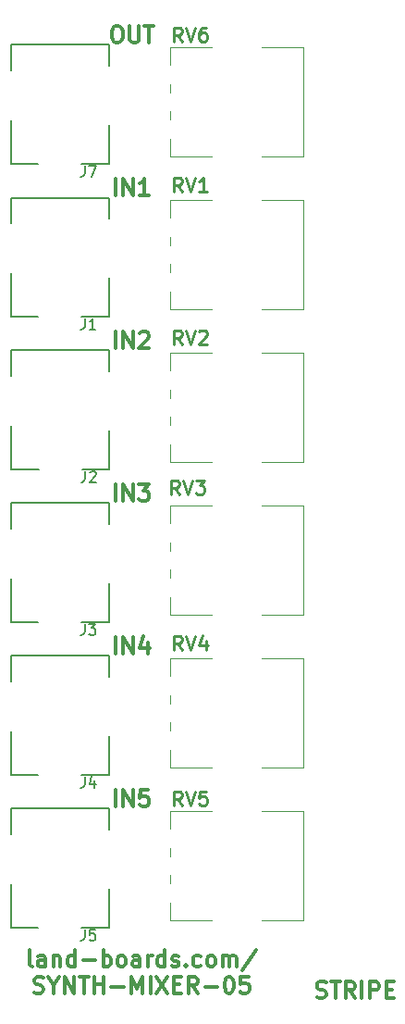
<source format=gto>
%TF.GenerationSoftware,KiCad,Pcbnew,(6.0.1)*%
%TF.CreationDate,2022-09-27T15:47:43-04:00*%
%TF.ProjectId,SYNTH-MIXER-05,53594e54-482d-44d4-9958-45522d30352e,1*%
%TF.SameCoordinates,Original*%
%TF.FileFunction,Legend,Top*%
%TF.FilePolarity,Positive*%
%FSLAX46Y46*%
G04 Gerber Fmt 4.6, Leading zero omitted, Abs format (unit mm)*
G04 Created by KiCad (PCBNEW (6.0.1)) date 2022-09-27 15:47:43*
%MOMM*%
%LPD*%
G01*
G04 APERTURE LIST*
%ADD10C,0.300000*%
%ADD11C,0.150000*%
%ADD12C,0.279400*%
%ADD13C,0.200000*%
%ADD14C,0.120000*%
G04 APERTURE END LIST*
D10*
X78764000Y-54272571D02*
X78764000Y-52772571D01*
X79478285Y-54272571D02*
X79478285Y-52772571D01*
X80335428Y-54272571D01*
X80335428Y-52772571D01*
X81835428Y-54272571D02*
X80978285Y-54272571D01*
X81406857Y-54272571D02*
X81406857Y-52772571D01*
X81264000Y-52986857D01*
X81121142Y-53129714D01*
X80978285Y-53201142D01*
X78764000Y-82212571D02*
X78764000Y-80712571D01*
X79478285Y-82212571D02*
X79478285Y-80712571D01*
X80335428Y-82212571D01*
X80335428Y-80712571D01*
X80906857Y-80712571D02*
X81835428Y-80712571D01*
X81335428Y-81284000D01*
X81549714Y-81284000D01*
X81692571Y-81355428D01*
X81764000Y-81426857D01*
X81835428Y-81569714D01*
X81835428Y-81926857D01*
X81764000Y-82069714D01*
X81692571Y-82141142D01*
X81549714Y-82212571D01*
X81121142Y-82212571D01*
X80978285Y-82141142D01*
X80906857Y-82069714D01*
X78764000Y-96182571D02*
X78764000Y-94682571D01*
X79478285Y-96182571D02*
X79478285Y-94682571D01*
X80335428Y-96182571D01*
X80335428Y-94682571D01*
X81692571Y-95182571D02*
X81692571Y-96182571D01*
X81335428Y-94611142D02*
X80978285Y-95682571D01*
X81906857Y-95682571D01*
X71117285Y-124820071D02*
X70974428Y-124748642D01*
X70902999Y-124605785D01*
X70902999Y-123320071D01*
X72331571Y-124820071D02*
X72331571Y-124034357D01*
X72260142Y-123891500D01*
X72117285Y-123820071D01*
X71831571Y-123820071D01*
X71688714Y-123891500D01*
X72331571Y-124748642D02*
X72188714Y-124820071D01*
X71831571Y-124820071D01*
X71688714Y-124748642D01*
X71617285Y-124605785D01*
X71617285Y-124462928D01*
X71688714Y-124320071D01*
X71831571Y-124248642D01*
X72188714Y-124248642D01*
X72331571Y-124177214D01*
X73045857Y-123820071D02*
X73045857Y-124820071D01*
X73045857Y-123962928D02*
X73117285Y-123891500D01*
X73260142Y-123820071D01*
X73474428Y-123820071D01*
X73617285Y-123891500D01*
X73688714Y-124034357D01*
X73688714Y-124820071D01*
X75045857Y-124820071D02*
X75045857Y-123320071D01*
X75045857Y-124748642D02*
X74902999Y-124820071D01*
X74617285Y-124820071D01*
X74474428Y-124748642D01*
X74402999Y-124677214D01*
X74331571Y-124534357D01*
X74331571Y-124105785D01*
X74402999Y-123962928D01*
X74474428Y-123891500D01*
X74617285Y-123820071D01*
X74902999Y-123820071D01*
X75045857Y-123891500D01*
X75760142Y-124248642D02*
X76902999Y-124248642D01*
X77617285Y-124820071D02*
X77617285Y-123320071D01*
X77617285Y-123891500D02*
X77760142Y-123820071D01*
X78045857Y-123820071D01*
X78188714Y-123891500D01*
X78260142Y-123962928D01*
X78331571Y-124105785D01*
X78331571Y-124534357D01*
X78260142Y-124677214D01*
X78188714Y-124748642D01*
X78045857Y-124820071D01*
X77760142Y-124820071D01*
X77617285Y-124748642D01*
X79188714Y-124820071D02*
X79045857Y-124748642D01*
X78974428Y-124677214D01*
X78902999Y-124534357D01*
X78902999Y-124105785D01*
X78974428Y-123962928D01*
X79045857Y-123891500D01*
X79188714Y-123820071D01*
X79403000Y-123820071D01*
X79545857Y-123891500D01*
X79617285Y-123962928D01*
X79688714Y-124105785D01*
X79688714Y-124534357D01*
X79617285Y-124677214D01*
X79545857Y-124748642D01*
X79403000Y-124820071D01*
X79188714Y-124820071D01*
X80974428Y-124820071D02*
X80974428Y-124034357D01*
X80903000Y-123891500D01*
X80760142Y-123820071D01*
X80474428Y-123820071D01*
X80331571Y-123891500D01*
X80974428Y-124748642D02*
X80831571Y-124820071D01*
X80474428Y-124820071D01*
X80331571Y-124748642D01*
X80260142Y-124605785D01*
X80260142Y-124462928D01*
X80331571Y-124320071D01*
X80474428Y-124248642D01*
X80831571Y-124248642D01*
X80974428Y-124177214D01*
X81688714Y-124820071D02*
X81688714Y-123820071D01*
X81688714Y-124105785D02*
X81760142Y-123962928D01*
X81831571Y-123891500D01*
X81974428Y-123820071D01*
X82117285Y-123820071D01*
X83260142Y-124820071D02*
X83260142Y-123320071D01*
X83260142Y-124748642D02*
X83117285Y-124820071D01*
X82831571Y-124820071D01*
X82688714Y-124748642D01*
X82617285Y-124677214D01*
X82545857Y-124534357D01*
X82545857Y-124105785D01*
X82617285Y-123962928D01*
X82688714Y-123891500D01*
X82831571Y-123820071D01*
X83117285Y-123820071D01*
X83260142Y-123891500D01*
X83902999Y-124748642D02*
X84045857Y-124820071D01*
X84331571Y-124820071D01*
X84474428Y-124748642D01*
X84545857Y-124605785D01*
X84545857Y-124534357D01*
X84474428Y-124391500D01*
X84331571Y-124320071D01*
X84117285Y-124320071D01*
X83974428Y-124248642D01*
X83902999Y-124105785D01*
X83902999Y-124034357D01*
X83974428Y-123891500D01*
X84117285Y-123820071D01*
X84331571Y-123820071D01*
X84474428Y-123891500D01*
X85188714Y-124677214D02*
X85260142Y-124748642D01*
X85188714Y-124820071D01*
X85117285Y-124748642D01*
X85188714Y-124677214D01*
X85188714Y-124820071D01*
X86545857Y-124748642D02*
X86402999Y-124820071D01*
X86117285Y-124820071D01*
X85974428Y-124748642D01*
X85902999Y-124677214D01*
X85831571Y-124534357D01*
X85831571Y-124105785D01*
X85902999Y-123962928D01*
X85974428Y-123891500D01*
X86117285Y-123820071D01*
X86402999Y-123820071D01*
X86545857Y-123891500D01*
X87403000Y-124820071D02*
X87260142Y-124748642D01*
X87188714Y-124677214D01*
X87117285Y-124534357D01*
X87117285Y-124105785D01*
X87188714Y-123962928D01*
X87260142Y-123891500D01*
X87403000Y-123820071D01*
X87617285Y-123820071D01*
X87760142Y-123891500D01*
X87831571Y-123962928D01*
X87903000Y-124105785D01*
X87903000Y-124534357D01*
X87831571Y-124677214D01*
X87760142Y-124748642D01*
X87617285Y-124820071D01*
X87403000Y-124820071D01*
X88545857Y-124820071D02*
X88545857Y-123820071D01*
X88545857Y-123962928D02*
X88617285Y-123891500D01*
X88760142Y-123820071D01*
X88974428Y-123820071D01*
X89117285Y-123891500D01*
X89188714Y-124034357D01*
X89188714Y-124820071D01*
X89188714Y-124034357D02*
X89260142Y-123891500D01*
X89402999Y-123820071D01*
X89617285Y-123820071D01*
X89760142Y-123891500D01*
X89831571Y-124034357D01*
X89831571Y-124820071D01*
X91617285Y-123248642D02*
X90331571Y-125177214D01*
X71295857Y-127163642D02*
X71510142Y-127235071D01*
X71867285Y-127235071D01*
X72010142Y-127163642D01*
X72081571Y-127092214D01*
X72153000Y-126949357D01*
X72153000Y-126806500D01*
X72081571Y-126663642D01*
X72010142Y-126592214D01*
X71867285Y-126520785D01*
X71581571Y-126449357D01*
X71438714Y-126377928D01*
X71367285Y-126306500D01*
X71295857Y-126163642D01*
X71295857Y-126020785D01*
X71367285Y-125877928D01*
X71438714Y-125806500D01*
X71581571Y-125735071D01*
X71938714Y-125735071D01*
X72153000Y-125806500D01*
X73081571Y-126520785D02*
X73081571Y-127235071D01*
X72581571Y-125735071D02*
X73081571Y-126520785D01*
X73581571Y-125735071D01*
X74081571Y-127235071D02*
X74081571Y-125735071D01*
X74938714Y-127235071D01*
X74938714Y-125735071D01*
X75438714Y-125735071D02*
X76295857Y-125735071D01*
X75867285Y-127235071D02*
X75867285Y-125735071D01*
X76795857Y-127235071D02*
X76795857Y-125735071D01*
X76795857Y-126449357D02*
X77653000Y-126449357D01*
X77653000Y-127235071D02*
X77653000Y-125735071D01*
X78367285Y-126663642D02*
X79510142Y-126663642D01*
X80224428Y-127235071D02*
X80224428Y-125735071D01*
X80724428Y-126806500D01*
X81224428Y-125735071D01*
X81224428Y-127235071D01*
X81938714Y-127235071D02*
X81938714Y-125735071D01*
X82510142Y-125735071D02*
X83510142Y-127235071D01*
X83510142Y-125735071D02*
X82510142Y-127235071D01*
X84081571Y-126449357D02*
X84581571Y-126449357D01*
X84795857Y-127235071D02*
X84081571Y-127235071D01*
X84081571Y-125735071D01*
X84795857Y-125735071D01*
X86295857Y-127235071D02*
X85795857Y-126520785D01*
X85438714Y-127235071D02*
X85438714Y-125735071D01*
X86010142Y-125735071D01*
X86153000Y-125806500D01*
X86224428Y-125877928D01*
X86295857Y-126020785D01*
X86295857Y-126235071D01*
X86224428Y-126377928D01*
X86153000Y-126449357D01*
X86010142Y-126520785D01*
X85438714Y-126520785D01*
X86938714Y-126663642D02*
X88081571Y-126663642D01*
X89081571Y-125735071D02*
X89224428Y-125735071D01*
X89367285Y-125806500D01*
X89438714Y-125877928D01*
X89510142Y-126020785D01*
X89581571Y-126306500D01*
X89581571Y-126663642D01*
X89510142Y-126949357D01*
X89438714Y-127092214D01*
X89367285Y-127163642D01*
X89224428Y-127235071D01*
X89081571Y-127235071D01*
X88938714Y-127163642D01*
X88867285Y-127092214D01*
X88795857Y-126949357D01*
X88724428Y-126663642D01*
X88724428Y-126306500D01*
X88795857Y-126020785D01*
X88867285Y-125877928D01*
X88938714Y-125806500D01*
X89081571Y-125735071D01*
X90938714Y-125735071D02*
X90224428Y-125735071D01*
X90153000Y-126449357D01*
X90224428Y-126377928D01*
X90367285Y-126306500D01*
X90724428Y-126306500D01*
X90867285Y-126377928D01*
X90938714Y-126449357D01*
X91010142Y-126592214D01*
X91010142Y-126949357D01*
X90938714Y-127092214D01*
X90867285Y-127163642D01*
X90724428Y-127235071D01*
X90367285Y-127235071D01*
X90224428Y-127163642D01*
X90153000Y-127092214D01*
X78764000Y-110152571D02*
X78764000Y-108652571D01*
X79478285Y-110152571D02*
X79478285Y-108652571D01*
X80335428Y-110152571D01*
X80335428Y-108652571D01*
X81764000Y-108652571D02*
X81049714Y-108652571D01*
X80978285Y-109366857D01*
X81049714Y-109295428D01*
X81192571Y-109224000D01*
X81549714Y-109224000D01*
X81692571Y-109295428D01*
X81764000Y-109366857D01*
X81835428Y-109509714D01*
X81835428Y-109866857D01*
X81764000Y-110009714D01*
X81692571Y-110081142D01*
X81549714Y-110152571D01*
X81192571Y-110152571D01*
X81049714Y-110081142D01*
X80978285Y-110009714D01*
X78764000Y-38802571D02*
X79049714Y-38802571D01*
X79192571Y-38874000D01*
X79335428Y-39016857D01*
X79406857Y-39302571D01*
X79406857Y-39802571D01*
X79335428Y-40088285D01*
X79192571Y-40231142D01*
X79049714Y-40302571D01*
X78764000Y-40302571D01*
X78621142Y-40231142D01*
X78478285Y-40088285D01*
X78406857Y-39802571D01*
X78406857Y-39302571D01*
X78478285Y-39016857D01*
X78621142Y-38874000D01*
X78764000Y-38802571D01*
X80049714Y-38802571D02*
X80049714Y-40016857D01*
X80121142Y-40159714D01*
X80192571Y-40231142D01*
X80335428Y-40302571D01*
X80621142Y-40302571D01*
X80764000Y-40231142D01*
X80835428Y-40159714D01*
X80906857Y-40016857D01*
X80906857Y-38802571D01*
X81406857Y-38802571D02*
X82264000Y-38802571D01*
X81835428Y-40302571D02*
X81835428Y-38802571D01*
X97175285Y-127607142D02*
X97389571Y-127678571D01*
X97746714Y-127678571D01*
X97889571Y-127607142D01*
X97961000Y-127535714D01*
X98032428Y-127392857D01*
X98032428Y-127250000D01*
X97961000Y-127107142D01*
X97889571Y-127035714D01*
X97746714Y-126964285D01*
X97461000Y-126892857D01*
X97318142Y-126821428D01*
X97246714Y-126750000D01*
X97175285Y-126607142D01*
X97175285Y-126464285D01*
X97246714Y-126321428D01*
X97318142Y-126250000D01*
X97461000Y-126178571D01*
X97818142Y-126178571D01*
X98032428Y-126250000D01*
X98461000Y-126178571D02*
X99318142Y-126178571D01*
X98889571Y-127678571D02*
X98889571Y-126178571D01*
X100675285Y-127678571D02*
X100175285Y-126964285D01*
X99818142Y-127678571D02*
X99818142Y-126178571D01*
X100389571Y-126178571D01*
X100532428Y-126250000D01*
X100603857Y-126321428D01*
X100675285Y-126464285D01*
X100675285Y-126678571D01*
X100603857Y-126821428D01*
X100532428Y-126892857D01*
X100389571Y-126964285D01*
X99818142Y-126964285D01*
X101318142Y-127678571D02*
X101318142Y-126178571D01*
X102032428Y-127678571D02*
X102032428Y-126178571D01*
X102603857Y-126178571D01*
X102746714Y-126250000D01*
X102818142Y-126321428D01*
X102889571Y-126464285D01*
X102889571Y-126678571D01*
X102818142Y-126821428D01*
X102746714Y-126892857D01*
X102603857Y-126964285D01*
X102032428Y-126964285D01*
X103532428Y-126892857D02*
X104032428Y-126892857D01*
X104246714Y-127678571D02*
X103532428Y-127678571D01*
X103532428Y-126178571D01*
X104246714Y-126178571D01*
X78764000Y-68242571D02*
X78764000Y-66742571D01*
X79478285Y-68242571D02*
X79478285Y-66742571D01*
X80335428Y-68242571D01*
X80335428Y-66742571D01*
X80978285Y-66885428D02*
X81049714Y-66814000D01*
X81192571Y-66742571D01*
X81549714Y-66742571D01*
X81692571Y-66814000D01*
X81764000Y-66885428D01*
X81835428Y-67028285D01*
X81835428Y-67171142D01*
X81764000Y-67385428D01*
X80906857Y-68242571D01*
X81835428Y-68242571D01*
D11*
%TO.C,J5*%
X75926666Y-121422380D02*
X75926666Y-122136666D01*
X75879047Y-122279523D01*
X75783809Y-122374761D01*
X75640952Y-122422380D01*
X75545714Y-122422380D01*
X76879047Y-121422380D02*
X76402857Y-121422380D01*
X76355238Y-121898571D01*
X76402857Y-121850952D01*
X76498095Y-121803333D01*
X76736190Y-121803333D01*
X76831428Y-121850952D01*
X76879047Y-121898571D01*
X76926666Y-121993809D01*
X76926666Y-122231904D01*
X76879047Y-122327142D01*
X76831428Y-122374761D01*
X76736190Y-122422380D01*
X76498095Y-122422380D01*
X76402857Y-122374761D01*
X76355238Y-122327142D01*
%TO.C,J4*%
X75926666Y-107452380D02*
X75926666Y-108166666D01*
X75879047Y-108309523D01*
X75783809Y-108404761D01*
X75640952Y-108452380D01*
X75545714Y-108452380D01*
X76831428Y-107785714D02*
X76831428Y-108452380D01*
X76593333Y-107404761D02*
X76355238Y-108119047D01*
X76974285Y-108119047D01*
%TO.C,J3*%
X75926666Y-93482380D02*
X75926666Y-94196666D01*
X75879047Y-94339523D01*
X75783809Y-94434761D01*
X75640952Y-94482380D01*
X75545714Y-94482380D01*
X76307619Y-93482380D02*
X76926666Y-93482380D01*
X76593333Y-93863333D01*
X76736190Y-93863333D01*
X76831428Y-93910952D01*
X76879047Y-93958571D01*
X76926666Y-94053809D01*
X76926666Y-94291904D01*
X76879047Y-94387142D01*
X76831428Y-94434761D01*
X76736190Y-94482380D01*
X76450476Y-94482380D01*
X76355238Y-94434761D01*
X76307619Y-94387142D01*
%TO.C,J2*%
X75966671Y-79512380D02*
X75966671Y-80226666D01*
X75919052Y-80369523D01*
X75823814Y-80464761D01*
X75680957Y-80512380D01*
X75585719Y-80512380D01*
X76395243Y-79607619D02*
X76442862Y-79560000D01*
X76538100Y-79512380D01*
X76776195Y-79512380D01*
X76871433Y-79560000D01*
X76919052Y-79607619D01*
X76966671Y-79702857D01*
X76966671Y-79798095D01*
X76919052Y-79940952D01*
X76347624Y-80512380D01*
X76966671Y-80512380D01*
%TO.C,J1*%
X75926666Y-65552388D02*
X75926666Y-66266674D01*
X75879047Y-66409531D01*
X75783809Y-66504769D01*
X75640952Y-66552388D01*
X75545714Y-66552388D01*
X76926666Y-66552388D02*
X76355238Y-66552388D01*
X76640952Y-66552388D02*
X76640952Y-65552388D01*
X76545714Y-65695246D01*
X76450476Y-65790484D01*
X76355238Y-65838103D01*
%TO.C,J7*%
X75926666Y-51572380D02*
X75926666Y-52286666D01*
X75879047Y-52429523D01*
X75783809Y-52524761D01*
X75640952Y-52572380D01*
X75545714Y-52572380D01*
X76307619Y-51572380D02*
X76974285Y-51572380D01*
X76545714Y-52572380D01*
D12*
%TO.C,RV5*%
X84842048Y-110048528D02*
X84418715Y-109443766D01*
X84116334Y-110048528D02*
X84116334Y-108778528D01*
X84600143Y-108778528D01*
X84721096Y-108839005D01*
X84781572Y-108899481D01*
X84842048Y-109020433D01*
X84842048Y-109201862D01*
X84781572Y-109322814D01*
X84721096Y-109383290D01*
X84600143Y-109443766D01*
X84116334Y-109443766D01*
X85204905Y-108778528D02*
X85628239Y-110048528D01*
X86051572Y-108778528D01*
X87079667Y-108778528D02*
X86474905Y-108778528D01*
X86414429Y-109383290D01*
X86474905Y-109322814D01*
X86595858Y-109262338D01*
X86898239Y-109262338D01*
X87019191Y-109322814D01*
X87079667Y-109383290D01*
X87140143Y-109504243D01*
X87140143Y-109806624D01*
X87079667Y-109927576D01*
X87019191Y-109988052D01*
X86898239Y-110048528D01*
X86595858Y-110048528D01*
X86474905Y-109988052D01*
X86414429Y-109927576D01*
%TO.C,RV1*%
X84842048Y-53914528D02*
X84418715Y-53309766D01*
X84116334Y-53914528D02*
X84116334Y-52644528D01*
X84600143Y-52644528D01*
X84721096Y-52705005D01*
X84781572Y-52765481D01*
X84842048Y-52886433D01*
X84842048Y-53067862D01*
X84781572Y-53188814D01*
X84721096Y-53249290D01*
X84600143Y-53309766D01*
X84116334Y-53309766D01*
X85204905Y-52644528D02*
X85628239Y-53914528D01*
X86051572Y-52644528D01*
X87140143Y-53914528D02*
X86414429Y-53914528D01*
X86777286Y-53914528D02*
X86777286Y-52644528D01*
X86656334Y-52825957D01*
X86535381Y-52946909D01*
X86414429Y-53007385D01*
%TO.C,RV3*%
X84588048Y-81600528D02*
X84164715Y-80995766D01*
X83862334Y-81600528D02*
X83862334Y-80330528D01*
X84346143Y-80330528D01*
X84467096Y-80391005D01*
X84527572Y-80451481D01*
X84588048Y-80572433D01*
X84588048Y-80753862D01*
X84527572Y-80874814D01*
X84467096Y-80935290D01*
X84346143Y-80995766D01*
X83862334Y-80995766D01*
X84950905Y-80330528D02*
X85374239Y-81600528D01*
X85797572Y-80330528D01*
X86099953Y-80330528D02*
X86886143Y-80330528D01*
X86462810Y-80814338D01*
X86644239Y-80814338D01*
X86765191Y-80874814D01*
X86825667Y-80935290D01*
X86886143Y-81056243D01*
X86886143Y-81358624D01*
X86825667Y-81479576D01*
X86765191Y-81540052D01*
X86644239Y-81600528D01*
X86281381Y-81600528D01*
X86160429Y-81540052D01*
X86099953Y-81479576D01*
%TO.C,RV6*%
X84842048Y-40198528D02*
X84418715Y-39593766D01*
X84116334Y-40198528D02*
X84116334Y-38928528D01*
X84600143Y-38928528D01*
X84721096Y-38989005D01*
X84781572Y-39049481D01*
X84842048Y-39170433D01*
X84842048Y-39351862D01*
X84781572Y-39472814D01*
X84721096Y-39533290D01*
X84600143Y-39593766D01*
X84116334Y-39593766D01*
X85204905Y-38928528D02*
X85628239Y-40198528D01*
X86051572Y-38928528D01*
X87019191Y-38928528D02*
X86777286Y-38928528D01*
X86656334Y-38989005D01*
X86595858Y-39049481D01*
X86474905Y-39230909D01*
X86414429Y-39472814D01*
X86414429Y-39956624D01*
X86474905Y-40077576D01*
X86535381Y-40138052D01*
X86656334Y-40198528D01*
X86898239Y-40198528D01*
X87019191Y-40138052D01*
X87079667Y-40077576D01*
X87140143Y-39956624D01*
X87140143Y-39654243D01*
X87079667Y-39533290D01*
X87019191Y-39472814D01*
X86898239Y-39412338D01*
X86656334Y-39412338D01*
X86535381Y-39472814D01*
X86474905Y-39533290D01*
X86414429Y-39654243D01*
%TO.C,RV2*%
X84842048Y-67884528D02*
X84418715Y-67279766D01*
X84116334Y-67884528D02*
X84116334Y-66614528D01*
X84600143Y-66614528D01*
X84721096Y-66675005D01*
X84781572Y-66735481D01*
X84842048Y-66856433D01*
X84842048Y-67037862D01*
X84781572Y-67158814D01*
X84721096Y-67219290D01*
X84600143Y-67279766D01*
X84116334Y-67279766D01*
X85204905Y-66614528D02*
X85628239Y-67884528D01*
X86051572Y-66614528D01*
X86414429Y-66735481D02*
X86474905Y-66675005D01*
X86595858Y-66614528D01*
X86898239Y-66614528D01*
X87019191Y-66675005D01*
X87079667Y-66735481D01*
X87140143Y-66856433D01*
X87140143Y-66977385D01*
X87079667Y-67158814D01*
X86353953Y-67884528D01*
X87140143Y-67884528D01*
%TO.C,RV4*%
X84842048Y-95824528D02*
X84418715Y-95219766D01*
X84116334Y-95824528D02*
X84116334Y-94554528D01*
X84600143Y-94554528D01*
X84721096Y-94615005D01*
X84781572Y-94675481D01*
X84842048Y-94796433D01*
X84842048Y-94977862D01*
X84781572Y-95098814D01*
X84721096Y-95159290D01*
X84600143Y-95219766D01*
X84116334Y-95219766D01*
X85204905Y-94554528D02*
X85628239Y-95824528D01*
X86051572Y-94554528D01*
X87019191Y-94977862D02*
X87019191Y-95824528D01*
X86716810Y-94494052D02*
X86414429Y-95401195D01*
X87200620Y-95401195D01*
D13*
%TO.C,J5*%
X78160000Y-110370000D02*
X69160000Y-110370000D01*
X78160000Y-110370000D02*
X78160000Y-112270000D01*
X69160000Y-110370000D02*
X69160000Y-112670000D01*
X69160000Y-121270000D02*
X69160000Y-117270000D01*
X78160000Y-121270000D02*
X78160000Y-117670000D01*
X78160000Y-121270000D02*
X75660000Y-121270000D01*
X69160000Y-121270000D02*
X71660000Y-121270000D01*
%TO.C,J4*%
X78160000Y-96400000D02*
X69160000Y-96400000D01*
X78160000Y-96400000D02*
X78160000Y-98300000D01*
X69160000Y-96400000D02*
X69160000Y-98700000D01*
X69160000Y-107300000D02*
X69160000Y-103300000D01*
X78160000Y-107300000D02*
X78160000Y-103700000D01*
X78160000Y-107300000D02*
X75660000Y-107300000D01*
X69160000Y-107300000D02*
X71660000Y-107300000D01*
%TO.C,J3*%
X78160000Y-82430000D02*
X69160000Y-82430000D01*
X78160000Y-82430000D02*
X78160000Y-84330000D01*
X69160000Y-82430000D02*
X69160000Y-84730000D01*
X69160000Y-93330000D02*
X69160000Y-89330000D01*
X78160000Y-93330000D02*
X78160000Y-89730000D01*
X78160000Y-93330000D02*
X75660000Y-93330000D01*
X69160000Y-93330000D02*
X71660000Y-93330000D01*
%TO.C,J2*%
X78200005Y-68460000D02*
X69200005Y-68460000D01*
X78200005Y-68460000D02*
X78200005Y-70360000D01*
X69200005Y-68460000D02*
X69200005Y-70760000D01*
X69200005Y-79360000D02*
X69200005Y-75360000D01*
X78200005Y-79360000D02*
X78200005Y-75760000D01*
X78200005Y-79360000D02*
X75700005Y-79360000D01*
X69200005Y-79360000D02*
X71700005Y-79360000D01*
%TO.C,J1*%
X78160000Y-54500008D02*
X69160000Y-54500008D01*
X78160000Y-54500008D02*
X78160000Y-56400008D01*
X69160000Y-54500008D02*
X69160000Y-56800008D01*
X69160000Y-65400008D02*
X69160000Y-61400008D01*
X78160000Y-65400008D02*
X78160000Y-61800008D01*
X78160000Y-65400008D02*
X75660000Y-65400008D01*
X69160000Y-65400008D02*
X71660000Y-65400008D01*
%TO.C,J7*%
X78160000Y-40520000D02*
X69160000Y-40520000D01*
X78160000Y-40520000D02*
X78160000Y-42420000D01*
X69160000Y-40520000D02*
X69160000Y-42820000D01*
X69160000Y-51420000D02*
X69160000Y-47420000D01*
X78160000Y-51420000D02*
X78160000Y-47820000D01*
X78160000Y-51420000D02*
X75660000Y-51420000D01*
X69160000Y-51420000D02*
X71660000Y-51420000D01*
D14*
%TO.C,RV5*%
X83730000Y-110600000D02*
X87595000Y-110600000D01*
X83730000Y-118940000D02*
X83730000Y-120540000D01*
X83730000Y-113941000D02*
X83730000Y-114700000D01*
X92105000Y-120540000D02*
X95970000Y-120540000D01*
X95970000Y-110600000D02*
X95970000Y-120540000D01*
X83730000Y-110600000D02*
X83730000Y-112199000D01*
X83730000Y-116441000D02*
X83730000Y-117200000D01*
X92105000Y-110600000D02*
X95970000Y-110600000D01*
X83730000Y-120540000D02*
X87595000Y-120540000D01*
%TO.C,RV1*%
X83730000Y-64660000D02*
X87595000Y-64660000D01*
X95970000Y-54720000D02*
X95970000Y-64660000D01*
X83730000Y-54720000D02*
X83730000Y-56319000D01*
X83730000Y-60561000D02*
X83730000Y-61320000D01*
X83730000Y-58061000D02*
X83730000Y-58820000D01*
X92105000Y-64660000D02*
X95970000Y-64660000D01*
X83730000Y-54720000D02*
X87595000Y-54720000D01*
X92105000Y-54720000D02*
X95970000Y-54720000D01*
X83730000Y-63060000D02*
X83730000Y-64660000D01*
%TO.C,RV3*%
X83730000Y-91000000D02*
X83730000Y-92600000D01*
X83730000Y-88501000D02*
X83730000Y-89260000D01*
X92105000Y-92600000D02*
X95970000Y-92600000D01*
X83730000Y-82660000D02*
X87595000Y-82660000D01*
X95970000Y-82660000D02*
X95970000Y-92600000D01*
X83730000Y-82660000D02*
X83730000Y-84259000D01*
X83730000Y-86001000D02*
X83730000Y-86760000D01*
X92105000Y-82660000D02*
X95970000Y-82660000D01*
X83730000Y-92600000D02*
X87595000Y-92600000D01*
%TO.C,RV6*%
X83730000Y-49090000D02*
X83730000Y-50690000D01*
X83730000Y-40750000D02*
X87595000Y-40750000D01*
X95970000Y-40750000D02*
X95970000Y-50690000D01*
X92105000Y-50690000D02*
X95970000Y-50690000D01*
X83730000Y-50690000D02*
X87595000Y-50690000D01*
X83730000Y-46591000D02*
X83730000Y-47350000D01*
X83730000Y-44091000D02*
X83730000Y-44850000D01*
X83730000Y-40750000D02*
X83730000Y-42349000D01*
X92105000Y-40750000D02*
X95970000Y-40750000D01*
%TO.C,RV2*%
X83730000Y-78630000D02*
X87595000Y-78630000D01*
X92105000Y-68690000D02*
X95970000Y-68690000D01*
X83730000Y-77030000D02*
X83730000Y-78630000D01*
X83730000Y-68690000D02*
X87595000Y-68690000D01*
X83730000Y-72031000D02*
X83730000Y-72790000D01*
X92105000Y-78630000D02*
X95970000Y-78630000D01*
X95970000Y-68690000D02*
X95970000Y-78630000D01*
X83730000Y-68690000D02*
X83730000Y-70289000D01*
X83730000Y-74531000D02*
X83730000Y-75290000D01*
%TO.C,RV4*%
X83730000Y-99971000D02*
X83730000Y-100730000D01*
X92105000Y-96630000D02*
X95970000Y-96630000D01*
X95970000Y-96630000D02*
X95970000Y-106570000D01*
X92105000Y-106570000D02*
X95970000Y-106570000D01*
X83730000Y-102471000D02*
X83730000Y-103230000D01*
X83730000Y-96630000D02*
X83730000Y-98229000D01*
X83730000Y-104970000D02*
X83730000Y-106570000D01*
X83730000Y-96630000D02*
X87595000Y-96630000D01*
X83730000Y-106570000D02*
X87595000Y-106570000D01*
%TD*%
M02*

</source>
